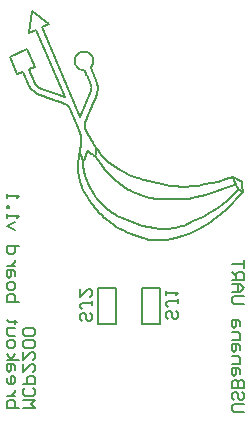
<source format=gbo>
%FSAX25Y25*%
%MOIN*%
G70*
G01*
G75*
G04 Layer_Color=32896*
%ADD10R,0.05118X0.05118*%
%ADD11R,0.05118X0.05118*%
%ADD12R,0.01181X0.06299*%
%ADD13O,0.02362X0.09055*%
%ADD14R,0.01575X0.05512*%
%ADD15R,0.09055X0.07480*%
%ADD16R,0.07087X0.07480*%
%ADD17C,0.00800*%
%ADD18C,0.02000*%
%ADD19C,0.07500*%
%ADD20C,0.03200*%
%ADD21C,0.05000*%
%ADD22R,0.04400X0.04400*%
%ADD23C,0.00600*%
%ADD24C,0.02362*%
%ADD25C,0.00984*%
%ADD26C,0.00787*%
%ADD27C,0.01000*%
%ADD28R,0.05918X0.05918*%
%ADD29R,0.05918X0.05918*%
%ADD30R,0.01981X0.07099*%
%ADD31O,0.03162X0.09855*%
%ADD32R,0.02375X0.06312*%
%ADD33R,0.09855X0.08280*%
%ADD34R,0.07887X0.08280*%
%ADD35C,0.08300*%
%ADD36R,0.05200X0.05200*%
D17*
X0258053Y0461045D02*
G03*
X0257796Y0461495I-0002643J-0001215D01*
G01*
X0257795D02*
G03*
X0257412Y0461949I-0002665J-0001860D01*
G01*
X0257412D02*
G03*
X0256593Y0462552I-0002486J-0002521D01*
G01*
X0245131Y0467627D02*
G03*
X0247073Y0466109I0004881J0004245D01*
G01*
X0246329Y0469585D02*
G03*
X0246573Y0469153I0002634J0001202D01*
G01*
Y0469153D02*
G03*
X0246928Y0468719I0002668J0001824D01*
G01*
Y0468719D02*
G03*
X0247791Y0468071I0002537J0002478D01*
G01*
X0265114Y0466845D02*
G03*
X0265211Y0468273I-0003377J0000946D01*
G01*
Y0468273D02*
G03*
X0265115Y0468712I-0003002J-0000431D01*
G01*
Y0468712D02*
G03*
X0265033Y0468947I-0002695J-0000809D01*
G01*
X0259820Y0475734D02*
G03*
X0262949Y0473825I0002908J0001248D01*
G01*
X0261491Y0479901D02*
G03*
X0259820Y0475734I0001249J-0002919D01*
G01*
X0265658Y0478230D02*
G03*
X0261491Y0479901I-0002919J-0001248D01*
G01*
X0264876Y0474650D02*
G03*
X0265658Y0478230I-0002131J0002341D01*
G01*
X0267076Y0469449D02*
G03*
X0266937Y0469827I-0003906J-0001228D01*
G01*
X0267180Y0469060D02*
G03*
X0267076Y0469449I-0004453J-0000979D01*
G01*
X0267299Y0468112D02*
G03*
X0267255Y0468630I-0005643J-0000214D01*
G01*
X0267271Y0467243D02*
G03*
X0267299Y0468112I-0006293J0000632D01*
G01*
X0266995Y0465902D02*
G03*
X0267271Y0467243I-0006239J0001984D01*
G01*
X0263019Y0456665D02*
G03*
X0262934Y0455169I0003349J-0000940D01*
G01*
D02*
G03*
X0263045Y0454720I0002957J0000495D01*
G01*
X0267612Y0446853D02*
G03*
X0268353Y0445838I0011912J0007916D01*
G01*
X0281912Y0437539D02*
G03*
X0291378Y0435385I0016131J0048994D01*
G01*
X0304398Y0422937D02*
G03*
X0315634Y0433362I-0025430J0038674D01*
G01*
X0300451Y0420656D02*
G03*
X0304398Y0422937I-0018635J0036806D01*
G01*
X0269526Y0424713D02*
G03*
X0273496Y0421714I0016177J0017290D01*
G01*
X0261503Y0436477D02*
G03*
X0262143Y0434795I0018586J0006104D01*
G01*
X0260980Y0438443D02*
G03*
X0261503Y0436477I0017402J0003582D01*
G01*
X0260674Y0440772D02*
G03*
X0260980Y0438443I0016121J0000932D01*
G01*
X0260716Y0443021D02*
G03*
X0260674Y0440772I0014669J-0001398D01*
G01*
X0261766Y0450595D02*
G03*
X0261764Y0450822I-0008943J0000040D01*
G01*
X0261692Y0451720D02*
G03*
X0261571Y0452330I-0005968J-0000868D01*
G01*
X0312417Y0438091D02*
G03*
X0312961Y0436662I0005615J0001318D01*
G01*
X0313407Y0435643D02*
G03*
X0313467Y0435470I0001854J0000539D01*
G01*
Y0435470D02*
G03*
X0313557Y0435272I0001991J0000791D01*
G01*
X0313557D02*
G03*
X0313673Y0435073I0002111J0001098D01*
G01*
Y0435073D02*
G03*
X0313808Y0434885I0002218J0001441D01*
G01*
X0314438Y0434193D02*
G03*
X0315600Y0433351I0003015J0002938D01*
G01*
X0303238Y0432326D02*
G03*
X0311442Y0435200I-0016400J0059949D01*
G01*
X0279132Y0433261D02*
G03*
X0283527Y0431661I0009412J0019023D01*
G01*
X0293319Y0421406D02*
G03*
X0295894Y0422165I-0003414J0016313D01*
G01*
X0291391Y0421105D02*
G03*
X0293319Y0421406I-0001896J0018521D01*
G01*
X0274258Y0425154D02*
G03*
X0282049Y0422019I0017332J0031827D01*
G01*
X0264301Y0435488D02*
G03*
X0266562Y0431784I0015877J0007148D01*
G01*
X0263993Y0447223D02*
G03*
X0263988Y0447226I-0000028J-0000044D01*
G01*
Y0447226D02*
G03*
X0263983Y0447228I-0000021J-0000042D01*
G01*
Y0447228D02*
G03*
X0263961Y0447230I-0000014J-0000042D01*
G01*
D02*
G03*
X0263956Y0447229I0000009J-0000053D01*
G01*
X0262562Y0443944D02*
G03*
X0262568Y0443945I-0000012J0000065D01*
G01*
X0262555Y0443943D02*
G03*
X0262562Y0443944I-0000004J0000059D01*
G01*
X0262526Y0443949D02*
G03*
X0262555Y0443943I0000025J0000047D01*
G01*
X0262471Y0443984D02*
G03*
X0262526Y0443949I0000255J0000347D01*
G01*
X0288000Y0389500D02*
Y0401500D01*
X0282000D02*
X0288000D01*
X0282000Y0389500D02*
Y0401500D01*
Y0389500D02*
X0288000D01*
X0273500D02*
Y0401500D01*
X0267500D02*
X0273500D01*
X0267500Y0389500D02*
Y0401500D01*
Y0389500D02*
X0273500D01*
X0262122Y0444582D02*
X0262131Y0444557D01*
X0262113Y0444606D02*
X0262122Y0444582D01*
X0262105Y0444628D02*
X0262113Y0444606D01*
X0262098Y0444651D02*
X0262105Y0444628D01*
X0262091Y0444671D02*
X0262098Y0444651D01*
X0262084Y0444691D02*
X0262091Y0444671D01*
X0262077Y0444709D02*
X0262084Y0444691D01*
X0262071Y0444728D02*
X0262077Y0444709D01*
X0262066Y0444743D02*
X0262071Y0444728D01*
X0262061Y0444759D02*
X0262066Y0444743D01*
X0262056Y0444772D02*
X0262061Y0444759D01*
X0262052Y0444786D02*
X0262056Y0444772D01*
X0262047Y0444799D02*
X0262052Y0444786D01*
X0262044Y0444810D02*
X0262047Y0444799D01*
X0262040Y0444820D02*
X0262044Y0444810D01*
X0262037Y0444831D02*
X0262040Y0444820D01*
X0262034Y0444839D02*
X0262037Y0444831D01*
X0262031Y0444848D02*
X0262034Y0444839D01*
X0262029Y0444856D02*
X0262031Y0444848D01*
X0262027Y0444861D02*
X0262029Y0444856D01*
X0262025Y0444867D02*
X0262027Y0444861D01*
X0262023Y0444872D02*
X0262025Y0444867D01*
X0262021Y0444878D02*
X0262023Y0444872D01*
X0262019Y0444883D02*
X0262021Y0444878D01*
X0262018Y0444886D02*
X0262019Y0444883D01*
X0262018Y0444889D02*
X0262018Y0444886D01*
X0262017Y0444892D02*
X0262018Y0444889D01*
X0262016Y0444894D02*
X0262017Y0444892D01*
X0262015Y0444897D02*
X0262016Y0444894D01*
X0262014Y0444900D02*
X0262015Y0444897D01*
X0262013Y0444903D02*
X0262014Y0444900D01*
X0262012Y0444906D02*
X0262013Y0444903D01*
X0262011Y0444908D02*
X0262012Y0444906D01*
X0262010Y0444911D02*
X0262011Y0444908D01*
X0262009Y0444914D02*
X0262010Y0444911D01*
X0262008Y0444917D02*
X0262009Y0444914D01*
X0262007Y0444919D02*
X0262008Y0444917D01*
X0262007Y0444922D02*
X0262007Y0444919D01*
X0262006Y0444925D02*
X0262007Y0444922D01*
X0262005Y0444928D02*
X0262006Y0444925D01*
X0262004Y0444931D02*
X0262005Y0444928D01*
X0262003Y0444933D02*
X0262004Y0444931D01*
X0262002Y0444936D02*
X0262003Y0444933D01*
X0262000Y0444942D02*
X0262002Y0444936D01*
X0261998Y0444947D02*
X0262000Y0444942D01*
X0261996Y0444953D02*
X0261998Y0444947D01*
X0261995Y0444959D02*
X0261996Y0444953D01*
X0261993Y0444964D02*
X0261995Y0444959D01*
X0261990Y0444973D02*
X0261993Y0444964D01*
X0261987Y0444981D02*
X0261990Y0444973D01*
X0261984Y0444990D02*
X0261987Y0444981D01*
X0261980Y0445001D02*
X0261984Y0444990D01*
X0261977Y0445013D02*
X0261980Y0445001D01*
X0261972Y0445027D02*
X0261977Y0445013D01*
X0261967Y0445042D02*
X0261972Y0445027D01*
X0261961Y0445059D02*
X0261967Y0445042D01*
X0261955Y0445076D02*
X0261961Y0445059D01*
X0261948Y0445097D02*
X0261955Y0445076D01*
X0261941Y0445120D02*
X0261948Y0445097D01*
X0261931Y0445147D02*
X0261941Y0445120D01*
X0261921Y0445177D02*
X0261931Y0445147D01*
X0261909Y0445213D02*
X0261921Y0445177D01*
X0261895Y0445252D02*
X0261909Y0445213D01*
X0261879Y0445297D02*
X0261895Y0445252D01*
X0261859Y0445353D02*
X0261879Y0445297D01*
X0261836Y0445414D02*
X0261859Y0445353D01*
X0261809Y0445486D02*
X0261836Y0445414D01*
X0261776Y0445571D02*
X0261809Y0445486D01*
X0261734Y0445673D02*
X0261776Y0445571D01*
X0261682Y0445792D02*
X0261734Y0445673D01*
X0261614Y0445937D02*
X0261682Y0445792D01*
X0261521Y0446116D02*
X0261614Y0445937D01*
X0261386Y0446346D02*
X0261521Y0446116D01*
X0261314Y0446456D02*
X0261386Y0446346D01*
X0261042Y0453877D02*
X0261043Y0453876D01*
X0261042Y0453877D02*
X0261043Y0453876D01*
X0268287Y0429871D02*
X0268502Y0429659D01*
X0268046Y0430115D02*
X0268287Y0429871D01*
X0267771Y0430400D02*
X0268046Y0430115D01*
X0267458Y0430735D02*
X0267771Y0430400D01*
X0267075Y0431166D02*
X0267458Y0430735D01*
X0266562Y0431784D02*
X0267075Y0431166D01*
X0263929Y0436344D02*
X0264301Y0435488D01*
X0263613Y0437138D02*
X0263929Y0436344D01*
X0263348Y0437873D02*
X0263613Y0437138D01*
X0263123Y0438566D02*
X0263348Y0437873D01*
X0262935Y0439217D02*
X0263123Y0438566D01*
X0262785Y0439814D02*
X0262935Y0439217D01*
X0262665Y0440371D02*
X0262785Y0439814D01*
X0262574Y0440878D02*
X0262665Y0440371D01*
X0262509Y0441327D02*
X0262574Y0440878D01*
X0262464Y0441732D02*
X0262509Y0441327D01*
X0262436Y0442088D02*
X0262464Y0441732D01*
X0262422Y0442398D02*
X0262436Y0442088D01*
X0262417Y0442667D02*
X0262422Y0442398D01*
X0262417Y0442667D02*
X0262420Y0442900D01*
X0262427Y0443099D01*
X0262437Y0443264D01*
X0262449Y0443398D01*
X0262461Y0443511D01*
X0262473Y0443605D01*
X0262484Y0443683D01*
X0262494Y0443747D01*
X0262503Y0443798D01*
X0262511Y0443839D01*
X0262517Y0443872D01*
X0262523Y0443899D01*
X0262528Y0443921D01*
X0262532Y0443940D01*
X0262535Y0443953D01*
X0262538Y0443966D01*
X0262541Y0443975D01*
X0262543Y0443983D01*
X0262544Y0443989D01*
X0262546Y0443994D01*
X0262547Y0443998D01*
X0262548Y0444002D01*
X0263652Y0446688D02*
X0263666Y0446724D01*
X0263638Y0446651D02*
X0263652Y0446688D01*
X0263624Y0446613D02*
X0263638Y0446651D01*
X0263608Y0446570D02*
X0263624Y0446613D01*
X0263592Y0446527D02*
X0263608Y0446570D01*
X0263575Y0446482D02*
X0263592Y0446527D01*
X0263559Y0446437D02*
X0263575Y0446482D01*
X0263543Y0446390D02*
X0263559Y0446437D01*
X0263526Y0446343D02*
X0263543Y0446390D01*
X0263509Y0446295D02*
X0263526Y0446343D01*
X0263494Y0446251D02*
X0263509Y0446295D01*
X0263479Y0446207D02*
X0263494Y0446251D01*
X0263464Y0446163D02*
X0263479Y0446207D01*
X0263450Y0446123D02*
X0263464Y0446163D01*
X0263436Y0446082D02*
X0263450Y0446123D01*
X0263423Y0446041D02*
X0263436Y0446082D01*
X0263411Y0446006D02*
X0263423Y0446041D01*
X0263399Y0445970D02*
X0263411Y0446006D01*
X0263388Y0445939D02*
X0263399Y0445970D01*
X0263378Y0445908D02*
X0263388Y0445939D01*
X0263369Y0445882D02*
X0263378Y0445908D01*
X0263360Y0445856D02*
X0263369Y0445882D01*
X0263353Y0445835D02*
X0263360Y0445856D01*
X0263347Y0445814D02*
X0263353Y0445835D01*
X0263339Y0445793D02*
X0263347Y0445814D01*
X0263334Y0445777D02*
X0263339Y0445793D01*
X0263329Y0445761D02*
X0263334Y0445777D01*
X0263324Y0445745D02*
X0263329Y0445761D01*
X0263320Y0445735D02*
X0263324Y0445745D01*
X0263317Y0445724D02*
X0263320Y0445735D01*
X0263313Y0445714D02*
X0263317Y0445724D01*
X0263310Y0445703D02*
X0263313Y0445714D01*
X0263306Y0445693D02*
X0263310Y0445703D01*
X0263305Y0445687D02*
X0263306Y0445693D01*
X0263303Y0445682D02*
X0263305Y0445687D01*
X0263301Y0445677D02*
X0263303Y0445682D01*
X0263299Y0445672D02*
X0263301Y0445677D01*
X0263298Y0445666D02*
X0263299Y0445672D01*
X0263296Y0445661D02*
X0263298Y0445666D01*
X0263294Y0445656D02*
X0263296Y0445661D01*
X0263292Y0445650D02*
X0263294Y0445656D01*
X0263291Y0445645D02*
X0263292Y0445650D01*
X0263289Y0445640D02*
X0263291Y0445645D01*
X0263287Y0445635D02*
X0263289Y0445640D01*
X0263285Y0445629D02*
X0263287Y0445635D01*
X0263284Y0445624D02*
X0263285Y0445629D01*
X0263282Y0445619D02*
X0263284Y0445624D01*
X0263280Y0445613D02*
X0263282Y0445619D01*
X0263278Y0445608D02*
X0263280Y0445613D01*
X0263277Y0445603D02*
X0263278Y0445608D01*
X0263275Y0445598D02*
X0263277Y0445603D01*
X0263273Y0445592D02*
X0263275Y0445598D01*
X0263271Y0445587D02*
X0263273Y0445592D01*
X0263268Y0445576D02*
X0263271Y0445587D01*
X0263264Y0445566D02*
X0263268Y0445576D01*
X0263261Y0445555D02*
X0263264Y0445566D01*
X0263257Y0445545D02*
X0263261Y0445555D01*
X0263254Y0445534D02*
X0263257Y0445545D01*
X0263249Y0445518D02*
X0263254Y0445534D01*
X0263243Y0445503D02*
X0263249Y0445518D01*
X0263238Y0445487D02*
X0263243Y0445503D01*
X0263233Y0445471D02*
X0263238Y0445487D01*
X0263226Y0445450D02*
X0263233Y0445471D01*
X0263219Y0445429D02*
X0263226Y0445450D01*
X0263212Y0445408D02*
X0263219Y0445429D01*
X0263203Y0445381D02*
X0263212Y0445408D01*
X0263194Y0445355D02*
X0263203Y0445381D01*
X0263184Y0445324D02*
X0263194Y0445355D01*
X0263173Y0445293D02*
X0263184Y0445324D01*
X0263163Y0445261D02*
X0263173Y0445293D01*
X0263151Y0445225D02*
X0263163Y0445261D01*
X0263139Y0445189D02*
X0263151Y0445225D01*
X0263125Y0445148D02*
X0263139Y0445189D01*
X0263111Y0445107D02*
X0263125Y0445148D01*
X0263097Y0445067D02*
X0263111Y0445107D01*
X0263081Y0445021D02*
X0263097Y0445067D01*
X0263066Y0444977D02*
X0263081Y0445021D01*
X0263051Y0444933D02*
X0263066Y0444977D01*
X0263035Y0444889D02*
X0263051Y0444933D01*
X0263020Y0444845D02*
X0263035Y0444889D01*
X0263003Y0444798D02*
X0263020Y0444845D01*
X0262986Y0444751D02*
X0263003Y0444798D01*
X0262969Y0444706D02*
X0262986Y0444751D01*
X0262954Y0444665D02*
X0262969Y0444706D01*
X0262939Y0444625D02*
X0262954Y0444665D01*
X0262924Y0444586D02*
X0262939Y0444625D01*
X0262910Y0444548D02*
X0262924Y0444586D01*
X0262895Y0444511D02*
X0262910Y0444548D01*
X0262881Y0444474D02*
X0262895Y0444511D01*
X0262866Y0444438D02*
X0262881Y0444474D01*
X0262854Y0444407D02*
X0262866Y0444438D01*
X0262841Y0444377D02*
X0262854Y0444407D01*
X0262828Y0444348D02*
X0262841Y0444377D01*
X0262816Y0444319D02*
X0262828Y0444348D01*
X0262805Y0444295D02*
X0262816Y0444319D01*
X0262794Y0444272D02*
X0262805Y0444295D01*
X0262784Y0444248D02*
X0262794Y0444272D01*
X0262773Y0444226D02*
X0262784Y0444248D01*
X0262763Y0444205D02*
X0262773Y0444226D01*
X0262754Y0444187D02*
X0262763Y0444205D01*
X0262745Y0444170D02*
X0262754Y0444187D01*
X0262736Y0444153D02*
X0262745Y0444170D01*
X0262728Y0444136D02*
X0262736Y0444153D01*
X0262719Y0444121D02*
X0262728Y0444136D01*
X0262711Y0444106D02*
X0262719Y0444121D01*
X0262703Y0444094D02*
X0262711Y0444106D01*
X0262697Y0444082D02*
X0262703Y0444094D01*
X0262690Y0444071D02*
X0262697Y0444082D01*
X0262683Y0444060D02*
X0262690Y0444071D01*
X0262676Y0444050D02*
X0262683Y0444060D01*
X0262669Y0444039D02*
X0262676Y0444050D01*
X0262662Y0444030D02*
X0262669Y0444039D01*
X0262657Y0444023D02*
X0262662Y0444030D01*
X0262652Y0444016D02*
X0262657Y0444023D01*
X0262646Y0444009D02*
X0262652Y0444016D01*
X0262641Y0444003D02*
X0262646Y0444009D01*
X0262636Y0443997D02*
X0262641Y0444003D01*
X0262631Y0443991D02*
X0262636Y0443997D01*
X0262626Y0443986D02*
X0262631Y0443991D01*
X0262621Y0443980D02*
X0262626Y0443986D01*
X0262616Y0443975D02*
X0262621Y0443980D01*
X0262611Y0443971D02*
X0262616Y0443975D01*
X0262606Y0443967D02*
X0262611Y0443971D01*
X0262601Y0443963D02*
X0262606Y0443967D01*
X0262596Y0443960D02*
X0262601Y0443963D01*
X0262591Y0443956D02*
X0262596Y0443960D01*
X0262586Y0443953D02*
X0262591Y0443956D01*
X0262582Y0443951D02*
X0262586Y0443953D01*
X0262577Y0443949D02*
X0262582Y0443951D01*
X0262572Y0443947D02*
X0262577Y0443949D01*
X0262568Y0443945D02*
X0262572Y0443947D01*
X0262439Y0444009D02*
X0262471Y0443984D01*
X0262413Y0444034D02*
X0262439Y0444009D01*
X0262391Y0444058D02*
X0262413Y0444034D01*
X0262370Y0444082D02*
X0262391Y0444058D01*
X0262351Y0444106D02*
X0262370Y0444082D01*
X0262333Y0444130D02*
X0262351Y0444106D01*
X0262316Y0444156D02*
X0262333Y0444130D01*
X0262301Y0444180D02*
X0262316Y0444156D01*
X0262286Y0444206D02*
X0262301Y0444180D01*
X0262271Y0444233D02*
X0262286Y0444206D01*
X0262257Y0444259D02*
X0262271Y0444233D01*
X0262244Y0444286D02*
X0262257Y0444259D01*
X0262230Y0444313D02*
X0262244Y0444286D01*
X0262217Y0444342D02*
X0262230Y0444313D01*
X0262206Y0444368D02*
X0262217Y0444342D01*
X0262194Y0444396D02*
X0262206Y0444368D01*
X0262182Y0444424D02*
X0262194Y0444396D01*
X0262171Y0444451D02*
X0262182Y0444424D01*
X0262161Y0444478D02*
X0262171Y0444451D01*
X0262150Y0444506D02*
X0262161Y0444478D01*
X0262140Y0444531D02*
X0262150Y0444506D01*
X0262131Y0444557D02*
X0262140Y0444531D01*
X0262548Y0444002D02*
X0262548Y0444004D01*
X0262549Y0444007D01*
X0262549Y0444008D01*
X0262550Y0444010D01*
X0262550Y0444011D01*
X0262550Y0444012D01*
X0262551Y0444013D01*
X0262551Y0444013D01*
X0262551Y0444014D01*
X0262551Y0444014D01*
X0262551Y0444015D01*
X0262551Y0444015D01*
X0262551Y0444015D01*
X0262551Y0444015D01*
X0262551Y0444015D01*
X0262551Y0444015D01*
X0262551Y0444015D01*
X0262551Y0444015D01*
X0262551Y0444015D01*
X0262551Y0444015D01*
Y0444015D01*
X0266882Y0448011D02*
Y0448011D01*
Y0448011D02*
Y0448011D01*
Y0448011D02*
Y0448011D01*
X0266882Y0448011D02*
X0266882Y0448011D01*
X0266882Y0448011D02*
Y0448011D01*
Y0448011D02*
Y0448011D01*
Y0448011D02*
Y0448011D01*
X0266882Y0448011D02*
X0266882Y0448011D01*
X0266882Y0448010D02*
X0266882Y0448011D01*
X0266882Y0448010D02*
X0266882Y0448010D01*
X0266882Y0448010D02*
X0266882Y0448010D01*
X0266882Y0448010D02*
X0266882Y0448010D01*
X0266882Y0448010D02*
X0266882Y0448010D01*
X0266882Y0448009D02*
X0266882Y0448010D01*
X0266882Y0448009D02*
X0266882Y0448009D01*
X0266882Y0448008D02*
X0266882Y0448009D01*
X0266881Y0448007D02*
X0266882Y0448008D01*
X0266881Y0448006D02*
X0266881Y0448007D01*
X0266881Y0448005D02*
X0266881Y0448006D01*
X0266881Y0448004D02*
X0266881Y0448005D01*
X0266881Y0448002D02*
X0266881Y0448004D01*
X0266881Y0447999D02*
X0266881Y0448002D01*
X0266881Y0447996D02*
X0266881Y0447999D01*
X0266880Y0447993D02*
X0266881Y0447996D01*
X0266880Y0447988D02*
X0266880Y0447993D01*
X0266880Y0447981D02*
X0266880Y0447988D01*
X0266879Y0447973D02*
X0266880Y0447981D01*
X0266878Y0447963D02*
X0266879Y0447973D01*
X0266877Y0447950D02*
X0266878Y0447963D01*
X0266876Y0447933D02*
X0266877Y0447950D01*
X0266874Y0447910D02*
X0266876Y0447933D01*
X0266871Y0447881D02*
X0266874Y0447910D01*
X0266867Y0447843D02*
X0266871Y0447881D01*
X0266862Y0447793D02*
X0266867Y0447843D01*
X0266855Y0447724D02*
X0266862Y0447793D01*
X0266844Y0447629D02*
X0266855Y0447724D01*
X0266827Y0447492D02*
X0266844Y0447629D01*
X0266799Y0447283D02*
X0266827Y0447492D01*
X0266745Y0446924D02*
X0266799Y0447283D01*
X0266572Y0446000D02*
X0266745Y0446924D01*
X0266401Y0445258D02*
X0266572Y0446000D01*
X0266401Y0445258D02*
X0266401Y0445258D01*
X0266401Y0445258D02*
X0266401Y0445258D01*
X0266401Y0445258D02*
X0266401Y0445258D01*
X0266401Y0445258D02*
X0266401Y0445258D01*
X0266401Y0445258D02*
X0266401Y0445258D01*
X0266401Y0445258D02*
X0266401Y0445258D01*
X0266401Y0445258D02*
X0266401Y0445258D01*
X0266401Y0445258D02*
X0266401Y0445258D01*
X0266400Y0445258D02*
X0266401Y0445258D01*
X0266400Y0445258D02*
X0266400Y0445258D01*
X0266400Y0445258D02*
X0266400Y0445258D01*
X0266400Y0445259D02*
X0266400Y0445258D01*
X0266399Y0445259D02*
X0266400Y0445259D01*
X0266399Y0445259D02*
X0266399Y0445259D01*
X0266398Y0445260D02*
X0266399Y0445259D01*
X0266397Y0445260D02*
X0266398Y0445260D01*
X0266396Y0445261D02*
X0266397Y0445260D01*
X0266395Y0445261D02*
X0266396Y0445261D01*
X0266393Y0445263D02*
X0266395Y0445261D01*
X0266391Y0445264D02*
X0266393Y0445263D01*
X0266388Y0445266D02*
X0266391Y0445264D01*
X0266385Y0445268D02*
X0266388Y0445266D01*
X0266380Y0445271D02*
X0266385Y0445268D01*
X0266373Y0445275D02*
X0266380Y0445271D01*
X0266365Y0445280D02*
X0266373Y0445275D01*
X0266354Y0445287D02*
X0266365Y0445280D01*
X0266339Y0445297D02*
X0266354Y0445287D01*
X0266318Y0445310D02*
X0266339Y0445297D01*
X0266288Y0445329D02*
X0266318Y0445310D01*
X0266244Y0445359D02*
X0266288Y0445329D01*
X0266165Y0445410D02*
X0266244Y0445359D01*
X0265928Y0445571D02*
X0266165Y0445410D01*
X0265416Y0445939D02*
X0265928Y0445571D01*
X0265205Y0446100D02*
X0265416Y0445939D01*
X0265034Y0446236D02*
X0265205Y0446100D01*
X0264887Y0446356D02*
X0265034Y0446236D01*
X0264757Y0446467D02*
X0264887Y0446356D01*
X0264641Y0446569D02*
X0264757Y0446467D01*
X0264536Y0446664D02*
X0264641Y0446569D01*
X0264439Y0446755D02*
X0264536Y0446664D01*
X0264350Y0446841D02*
X0264439Y0446755D01*
X0264270Y0446922D02*
X0264350Y0446841D01*
X0264194Y0447001D02*
X0264270Y0446922D01*
X0264127Y0447074D02*
X0264194Y0447001D01*
X0264064Y0447144D02*
X0264127Y0447074D01*
X0264009Y0447208D02*
X0264064Y0447144D01*
X0264006Y0447212D02*
X0264009Y0447208D01*
X0264003Y0447215D02*
X0264006Y0447212D01*
X0264001Y0447217D02*
X0264003Y0447215D01*
X0263997Y0447220D02*
X0264001Y0447217D01*
X0263993Y0447223D02*
X0263997Y0447220D01*
X0263951Y0447227D02*
X0263956Y0447229D01*
X0263947Y0447226D02*
X0263951Y0447227D01*
X0263943Y0447224D02*
X0263947Y0447226D01*
X0263939Y0447221D02*
X0263943Y0447224D01*
X0263934Y0447219D02*
X0263939Y0447221D01*
X0263930Y0447216D02*
X0263934Y0447219D01*
X0263925Y0447212D02*
X0263930Y0447216D01*
X0263921Y0447209D02*
X0263925Y0447212D01*
X0263916Y0447205D02*
X0263921Y0447209D01*
X0263912Y0447200D02*
X0263916Y0447205D01*
X0263907Y0447196D02*
X0263912Y0447200D01*
X0263902Y0447191D02*
X0263907Y0447196D01*
X0263897Y0447185D02*
X0263902Y0447191D01*
X0263893Y0447180D02*
X0263897Y0447185D01*
X0263888Y0447174D02*
X0263893Y0447180D01*
X0263883Y0447168D02*
X0263888Y0447174D01*
X0263878Y0447161D02*
X0263883Y0447168D01*
X0263872Y0447153D02*
X0263878Y0447161D01*
X0263866Y0447144D02*
X0263872Y0447153D01*
X0263859Y0447134D02*
X0263866Y0447144D01*
X0263853Y0447124D02*
X0263859Y0447134D01*
X0263846Y0447114D02*
X0263853Y0447124D01*
X0263840Y0447103D02*
X0263846Y0447114D01*
X0263833Y0447092D02*
X0263840Y0447103D01*
X0263825Y0447078D02*
X0263833Y0447092D01*
X0263817Y0447063D02*
X0263825Y0447078D01*
X0263809Y0447048D02*
X0263817Y0447063D01*
X0263801Y0447032D02*
X0263809Y0447048D01*
X0263793Y0447016D02*
X0263801Y0447032D01*
X0263783Y0446996D02*
X0263793Y0447016D01*
X0263773Y0446975D02*
X0263783Y0446996D01*
X0263763Y0446954D02*
X0263773Y0446975D01*
X0263753Y0446932D02*
X0263763Y0446954D01*
X0263741Y0446906D02*
X0263753Y0446932D01*
X0263730Y0446879D02*
X0263741Y0446906D01*
X0263718Y0446851D02*
X0263730Y0446879D01*
X0263706Y0446822D02*
X0263718Y0446851D01*
X0263694Y0446793D02*
X0263706Y0446822D01*
X0263680Y0446759D02*
X0263694Y0446793D01*
X0263666Y0446724D02*
X0263680Y0446759D01*
X0315604Y0433651D02*
X0315612Y0433570D01*
X0315617Y0433517D01*
X0315621Y0433480D01*
X0315624Y0433454D01*
X0315626Y0433434D01*
X0315628Y0433419D01*
X0315629Y0433407D01*
X0315630Y0433398D01*
X0315631Y0433390D01*
X0315631Y0433385D01*
X0315632Y0433380D01*
X0315632Y0433376D01*
X0315633Y0433374D01*
X0315633Y0433371D01*
X0315633Y0433370D01*
X0315633Y0433368D01*
X0315633Y0433367D01*
X0315633Y0433366D01*
X0315633Y0433365D01*
X0315634Y0433365D01*
X0315634Y0433364D01*
X0315634Y0433364D01*
X0315634Y0433363D01*
X0315634Y0433363D01*
X0315634Y0433363D01*
X0315634Y0433363D01*
X0315634Y0433363D01*
X0315634Y0433363D01*
Y0433363D02*
Y0433363D01*
Y0433363D02*
X0315634Y0433363D01*
Y0433363D02*
Y0433363D01*
Y0433363D02*
X0315634Y0433363D01*
Y0433363D02*
Y0433363D01*
Y0433362D02*
Y0433363D01*
X0297636Y0419376D02*
X0300451Y0420656D01*
X0295413Y0418563D02*
X0297636Y0419376D01*
X0293500Y0418006D02*
X0295413Y0418563D01*
X0291828Y0417631D02*
X0293500Y0418006D01*
X0290358Y0417393D02*
X0291828Y0417631D01*
X0288988Y0417254D02*
X0290358Y0417393D01*
X0287749Y0417203D02*
X0288988Y0417254D01*
X0286577Y0417225D02*
X0287749Y0417203D01*
X0285471Y0417316D02*
X0286577Y0417225D01*
X0284404Y0417476D02*
X0285471Y0417316D01*
X0283352Y0417712D02*
X0284404Y0417476D01*
X0282659Y0417916D02*
X0283352Y0417712D01*
X0282501Y0417967D02*
X0282659Y0417916D01*
X0282366Y0418011D02*
X0282501Y0417967D01*
X0282209Y0418062D02*
X0282366Y0418011D01*
X0282053Y0418114D02*
X0282209Y0418062D01*
X0281875Y0418172D02*
X0282053Y0418114D01*
X0281677Y0418237D02*
X0281875Y0418172D01*
X0277977Y0433863D02*
X0278496Y0433584D01*
X0277528Y0434115D02*
X0277977Y0433863D01*
X0277121Y0434351D02*
X0277528Y0434115D01*
X0276755Y0434569D02*
X0277121Y0434351D01*
X0276416Y0434775D02*
X0276755Y0434569D01*
X0276104Y0434969D02*
X0276416Y0434775D01*
X0275934Y0435078D02*
X0276104Y0434969D01*
X0275750Y0435199D02*
X0275934Y0435078D01*
X0275546Y0435339D02*
X0275750Y0435199D01*
X0275311Y0435506D02*
X0275546Y0435339D01*
X0275044Y0435703D02*
X0275311Y0435506D01*
X0274735Y0435940D02*
X0275044Y0435703D01*
X0274371Y0436231D02*
X0274735Y0435940D01*
X0273940Y0436590D02*
X0274371Y0436231D01*
X0273427Y0437038D02*
X0273940Y0436590D01*
X0272807Y0437608D02*
X0273427Y0437038D01*
X0272041Y0438354D02*
X0272807Y0437608D01*
X0271076Y0439358D02*
X0272041Y0438354D01*
X0269845Y0440745D02*
X0271076Y0439358D01*
X0268257Y0442717D02*
X0269845Y0440745D01*
X0266380Y0445339D02*
X0268257Y0442717D01*
X0314184Y0434471D02*
X0314185Y0434471D01*
X0314184Y0434470D02*
X0314184Y0434471D01*
X0314184Y0434470D02*
X0314184Y0434470D01*
X0314184Y0434470D02*
X0314184Y0434470D01*
X0314184Y0434470D02*
X0314184Y0434470D01*
X0314184Y0434470D02*
X0314184Y0434470D01*
X0314184Y0434469D02*
X0314184Y0434470D01*
X0314183Y0434469D02*
X0314184Y0434469D01*
X0314183Y0434468D02*
X0314183Y0434469D01*
X0314182Y0434467D02*
X0314183Y0434468D01*
X0314181Y0434466D02*
X0314182Y0434467D01*
X0314180Y0434465D02*
X0314181Y0434466D01*
X0314179Y0434463D02*
X0314180Y0434465D01*
X0314178Y0434460D02*
X0314179Y0434463D01*
X0314176Y0434457D02*
X0314178Y0434460D01*
X0314174Y0434454D02*
X0314176Y0434457D01*
X0314170Y0434449D02*
X0314174Y0434454D01*
X0314166Y0434444D02*
X0314170Y0434449D01*
X0314161Y0434436D02*
X0314166Y0434444D01*
X0314155Y0434427D02*
X0314161Y0434436D01*
X0314146Y0434415D02*
X0314155Y0434427D01*
X0314135Y0434399D02*
X0314146Y0434415D01*
X0314123Y0434381D02*
X0314135Y0434399D01*
X0314106Y0434359D02*
X0314123Y0434381D01*
X0314086Y0434330D02*
X0314106Y0434359D01*
X0314060Y0434295D02*
X0314086Y0434330D01*
X0314026Y0434248D02*
X0314060Y0434295D01*
X0313983Y0434191D02*
X0314026Y0434248D01*
X0313927Y0434118D02*
X0313983Y0434191D01*
X0313856Y0434025D02*
X0313927Y0434118D01*
X0313760Y0433904D02*
X0313856Y0434025D01*
X0313633Y0433748D02*
X0313760Y0433904D01*
X0313469Y0433551D02*
X0313633Y0433748D01*
X0313252Y0433298D02*
X0313469Y0433551D01*
X0312959Y0432970D02*
X0313252Y0433298D01*
X0312561Y0432543D02*
X0312959Y0432970D01*
X0312029Y0432003D02*
X0312561Y0432543D01*
X0311301Y0431308D02*
X0312029Y0432003D01*
X0310305Y0430424D02*
X0311301Y0431308D01*
X0308965Y0429336D02*
X0310305Y0430424D01*
X0307213Y0428052D02*
X0308965Y0429336D01*
X0305004Y0426613D02*
X0307213Y0428052D01*
X0302313Y0425081D02*
X0305004Y0426613D01*
X0299178Y0423542D02*
X0302313Y0425081D01*
X0295894Y0422165D02*
X0299178Y0423542D01*
X0289632Y0421000D02*
X0291391Y0421105D01*
X0287905Y0421035D02*
X0289632Y0421000D01*
X0286131Y0421200D02*
X0287905Y0421035D01*
X0284236Y0421507D02*
X0286131Y0421200D01*
X0282049Y0422019D02*
X0284236Y0421507D01*
X0273709Y0425463D02*
X0274258Y0425154D01*
X0273298Y0425705D02*
X0273709Y0425463D01*
X0272976Y0425903D02*
X0273298Y0425705D01*
X0272702Y0426077D02*
X0272976Y0425903D01*
X0272472Y0426228D02*
X0272702Y0426077D01*
X0272280Y0426357D02*
X0272472Y0426228D01*
X0272112Y0426474D02*
X0272280Y0426357D01*
X0271964Y0426580D02*
X0272112Y0426474D01*
X0271834Y0426674D02*
X0271964Y0426580D01*
X0271723Y0426758D02*
X0271834Y0426674D01*
X0271627Y0426832D02*
X0271723Y0426758D01*
X0271535Y0426904D02*
X0271627Y0426832D01*
X0271457Y0426967D02*
X0271535Y0426904D01*
X0271383Y0427028D02*
X0271457Y0426967D01*
X0271321Y0427080D02*
X0271383Y0427028D01*
X0271262Y0427132D02*
X0271321Y0427080D01*
X0271214Y0427175D02*
X0271262Y0427132D01*
X0271148Y0427234D02*
X0271214Y0427175D01*
X0271099Y0427278D02*
X0271148Y0427234D01*
X0271050Y0427322D02*
X0271099Y0427278D01*
X0271009Y0427359D02*
X0271050Y0427322D01*
X0270968Y0427395D02*
X0271009Y0427359D01*
X0270935Y0427425D02*
X0270968Y0427395D01*
X0270903Y0427454D02*
X0270935Y0427425D01*
X0270878Y0427476D02*
X0270903Y0427454D01*
X0270854Y0427498D02*
X0270878Y0427476D01*
X0270829Y0427520D02*
X0270854Y0427498D01*
X0270813Y0427534D02*
X0270829Y0427520D01*
X0270797Y0427549D02*
X0270813Y0427534D01*
X0270781Y0427563D02*
X0270797Y0427549D01*
X0270764Y0427578D02*
X0270781Y0427563D01*
X0270756Y0427585D02*
X0270764Y0427578D01*
X0270748Y0427592D02*
X0270756Y0427585D01*
X0270740Y0427599D02*
X0270748Y0427592D01*
X0270732Y0427607D02*
X0270740Y0427599D01*
X0270724Y0427614D02*
X0270732Y0427607D01*
X0270716Y0427621D02*
X0270724Y0427614D01*
X0270708Y0427629D02*
X0270716Y0427621D01*
X0270700Y0427636D02*
X0270708Y0427629D01*
X0270691Y0427643D02*
X0270700Y0427636D01*
X0270683Y0427650D02*
X0270691Y0427643D01*
X0270675Y0427658D02*
X0270683Y0427650D01*
X0270667Y0427665D02*
X0270675Y0427658D01*
X0270659Y0427672D02*
X0270667Y0427665D01*
X0270651Y0427679D02*
X0270659Y0427672D01*
X0270643Y0427686D02*
X0270651Y0427679D01*
X0270635Y0427694D02*
X0270643Y0427686D01*
X0270627Y0427701D02*
X0270635Y0427694D01*
X0270619Y0427708D02*
X0270627Y0427701D01*
X0270611Y0427715D02*
X0270619Y0427708D01*
X0270602Y0427723D02*
X0270611Y0427715D01*
X0270586Y0427737D02*
X0270602Y0427723D01*
X0270570Y0427751D02*
X0270586Y0427737D01*
X0270554Y0427766D02*
X0270570Y0427751D01*
X0270538Y0427780D02*
X0270554Y0427766D01*
X0270522Y0427795D02*
X0270538Y0427780D01*
X0270498Y0427816D02*
X0270522Y0427795D01*
X0270474Y0427838D02*
X0270498Y0427816D01*
X0270449Y0427860D02*
X0270474Y0427838D01*
X0270425Y0427881D02*
X0270449Y0427860D01*
X0270393Y0427910D02*
X0270425Y0427881D01*
X0270361Y0427939D02*
X0270393Y0427910D01*
X0270329Y0427968D02*
X0270361Y0427939D01*
X0270289Y0428003D02*
X0270329Y0427968D01*
X0270249Y0428039D02*
X0270289Y0428003D01*
X0270201Y0428082D02*
X0270249Y0428039D01*
X0270153Y0428125D02*
X0270201Y0428082D01*
X0270098Y0428175D02*
X0270153Y0428125D01*
X0270034Y0428233D02*
X0270098Y0428175D01*
X0269971Y0428290D02*
X0270034Y0428233D01*
X0269900Y0428354D02*
X0269971Y0428290D01*
X0269821Y0428425D02*
X0269900Y0428354D01*
X0269735Y0428504D02*
X0269821Y0428425D01*
X0269640Y0428589D02*
X0269735Y0428504D01*
X0269539Y0428682D02*
X0269640Y0428589D01*
X0269430Y0428782D02*
X0269539Y0428682D01*
X0269306Y0428896D02*
X0269430Y0428782D01*
X0269176Y0429018D02*
X0269306Y0428896D01*
X0269030Y0429154D02*
X0269176Y0429018D01*
X0268870Y0429305D02*
X0269030Y0429154D01*
X0268697Y0429471D02*
X0268870Y0429305D01*
X0268502Y0429659D02*
X0268697Y0429471D01*
X0312354Y0438408D02*
X0312354Y0438408D01*
X0312354Y0438408D01*
X0312354Y0438407D01*
X0312354Y0438407D01*
X0312355Y0438406D01*
X0312355Y0438405D01*
X0312355Y0438403D01*
X0312355Y0438402D01*
X0312356Y0438399D01*
X0312356Y0438396D01*
X0312357Y0438393D01*
X0312357Y0438388D01*
X0312358Y0438382D01*
X0312360Y0438374D01*
X0312361Y0438363D01*
X0312364Y0438348D01*
X0312368Y0438329D01*
X0312372Y0438302D01*
X0312380Y0438261D01*
X0312393Y0438200D01*
X0312417Y0438091D01*
X0312961Y0436662D02*
X0313138Y0436367D01*
X0313332Y0436092D01*
X0313346Y0436073D01*
Y0436073D02*
Y0436073D01*
Y0436073D02*
Y0436073D01*
Y0436073D02*
Y0436073D01*
X0313346Y0436073D02*
X0313346Y0436073D01*
X0313346Y0436073D02*
Y0436073D01*
Y0436073D02*
Y0436073D01*
Y0436073D02*
Y0436073D01*
X0313346Y0436073D02*
X0313346Y0436073D01*
X0313346Y0436073D02*
Y0436073D01*
X0313346Y0436073D02*
X0313346Y0436073D01*
X0313346Y0436072D02*
X0313346Y0436073D01*
X0313346Y0436072D02*
X0313346Y0436072D01*
X0313346Y0436072D02*
X0313346Y0436072D01*
X0313346Y0436072D02*
X0313346Y0436072D01*
X0313346Y0436072D02*
X0313346Y0436072D01*
X0313346Y0436071D02*
X0313346Y0436072D01*
X0313346Y0436071D02*
X0313346Y0436071D01*
X0313346Y0436070D02*
X0313346Y0436071D01*
X0313346Y0436069D02*
X0313346Y0436070D01*
X0313346Y0436068D02*
X0313346Y0436069D01*
X0313346Y0436067D02*
X0313346Y0436068D01*
X0313346Y0436065D02*
X0313346Y0436067D01*
X0313346Y0436063D02*
X0313346Y0436065D01*
X0313346Y0436060D02*
X0313346Y0436063D01*
X0313346Y0436056D02*
X0313346Y0436060D01*
X0313345Y0436051D02*
X0313346Y0436056D01*
X0313345Y0436045D02*
X0313345Y0436051D01*
X0313345Y0436036D02*
X0313345Y0436045D01*
X0313345Y0436036D02*
X0313345Y0436025D01*
X0313346Y0436010D01*
X0313346Y0435989D01*
X0313348Y0435961D01*
X0313352Y0435920D01*
X0313359Y0435861D01*
X0313375Y0435772D01*
X0313407Y0435643D01*
X0313808Y0434885D02*
X0313955Y0434711D01*
X0314115Y0434548D01*
X0314186Y0434482D01*
X0314186Y0434482D01*
Y0434482D02*
Y0434482D01*
Y0434482D02*
X0314186Y0434482D01*
X0314186Y0434482D01*
X0314186Y0434482D01*
X0314186Y0434482D01*
X0314186Y0434482D01*
X0314186Y0434482D01*
X0314186Y0434482D01*
X0314187Y0434481D01*
X0314187Y0434481D01*
X0314187Y0434481D01*
X0314187Y0434481D01*
X0314187Y0434481D01*
X0314187Y0434481D01*
X0314187Y0434480D01*
X0314188Y0434480D01*
X0314188Y0434479D01*
X0314189Y0434479D01*
X0314189Y0434478D01*
X0314190Y0434476D01*
X0314191Y0434475D01*
X0314193Y0434473D01*
X0314195Y0434470D01*
X0314197Y0434467D01*
X0314200Y0434463D01*
X0314205Y0434458D01*
X0314210Y0434450D01*
X0314217Y0434441D01*
X0314228Y0434429D01*
X0314241Y0434412D01*
X0314261Y0434388D01*
X0314291Y0434353D01*
X0314340Y0434297D01*
X0314438Y0434193D01*
X0313343Y0436067D02*
X0313344Y0436067D01*
X0313343Y0436067D02*
X0313343Y0436067D01*
X0313343Y0436067D02*
X0313343Y0436067D01*
X0313343Y0436067D02*
X0313343Y0436067D01*
X0313342Y0436067D02*
X0313343Y0436067D01*
X0313342Y0436067D02*
X0313342Y0436067D01*
X0313342Y0436066D02*
X0313342Y0436067D01*
X0313341Y0436066D02*
X0313342Y0436066D01*
X0313340Y0436066D02*
X0313341Y0436066D01*
X0313339Y0436065D02*
X0313340Y0436066D01*
X0313337Y0436064D02*
X0313339Y0436065D01*
X0313335Y0436063D02*
X0313337Y0436064D01*
X0313333Y0436062D02*
X0313335Y0436063D01*
X0313330Y0436060D02*
X0313333Y0436062D01*
X0313326Y0436058D02*
X0313330Y0436060D01*
X0313321Y0436056D02*
X0313326Y0436058D01*
X0313314Y0436053D02*
X0313321Y0436056D01*
X0313306Y0436049D02*
X0313314Y0436053D01*
X0313295Y0436044D02*
X0313306Y0436049D01*
X0313283Y0436037D02*
X0313295Y0436044D01*
X0313266Y0436029D02*
X0313283Y0436037D01*
X0313245Y0436019D02*
X0313266Y0436029D01*
X0313216Y0436005D02*
X0313245Y0436019D01*
X0313180Y0435988D02*
X0313216Y0436005D01*
X0313130Y0435964D02*
X0313180Y0435988D01*
X0313069Y0435934D02*
X0313130Y0435964D01*
X0312981Y0435893D02*
X0313069Y0435934D01*
X0312861Y0435836D02*
X0312981Y0435893D01*
X0312700Y0435761D02*
X0312861Y0435836D01*
X0312462Y0435652D02*
X0312700Y0435761D01*
X0312092Y0435485D02*
X0312462Y0435652D01*
X0311442Y0435200D02*
X0312092Y0435485D01*
X0301620Y0431917D02*
X0303238Y0432326D01*
X0300165Y0431600D02*
X0301620Y0431917D01*
X0298818Y0431352D02*
X0300165Y0431600D01*
X0297565Y0431165D02*
X0298818Y0431352D01*
X0296387Y0431029D02*
X0297565Y0431165D01*
X0295263Y0430940D02*
X0296387Y0431029D01*
X0294551Y0430905D02*
X0295263Y0430940D01*
X0293818Y0430882D02*
X0294551Y0430905D01*
X0293106Y0430865D02*
X0293818Y0430882D01*
X0292416Y0430855D02*
X0293106Y0430865D01*
X0291721Y0430852D02*
X0292416Y0430855D01*
X0291048Y0430855D02*
X0291721Y0430852D01*
X0290372Y0430867D02*
X0291048Y0430855D01*
X0289694Y0430887D02*
X0290372Y0430867D01*
X0289016Y0430917D02*
X0289694Y0430887D01*
X0288339Y0430958D02*
X0289016Y0430917D01*
X0287664Y0431009D02*
X0288339Y0430958D01*
X0286972Y0431076D02*
X0287664Y0431009D01*
X0286247Y0431162D02*
X0286972Y0431076D01*
X0285475Y0431273D02*
X0286247Y0431162D01*
X0284609Y0431426D02*
X0285475Y0431273D01*
X0283527Y0431661D02*
X0284609Y0431426D01*
X0278496Y0433584D02*
X0279132Y0433261D01*
X0281480Y0418302D02*
X0281677Y0418237D01*
X0281263Y0418375D02*
X0281480Y0418302D01*
X0281026Y0418454D02*
X0281263Y0418375D01*
X0280790Y0418534D02*
X0281026Y0418454D01*
X0280536Y0418621D02*
X0280790Y0418534D01*
X0280262Y0418715D02*
X0280536Y0418621D01*
X0279971Y0418816D02*
X0280262Y0418715D01*
X0279661Y0418925D02*
X0279971Y0418816D01*
X0279335Y0419042D02*
X0279661Y0418925D01*
X0278991Y0419167D02*
X0279335Y0419042D01*
X0278612Y0419309D02*
X0278991Y0419167D01*
X0278218Y0419459D02*
X0278612Y0419309D01*
X0277790Y0419627D02*
X0278218Y0419459D01*
X0277329Y0419814D02*
X0277790Y0419627D01*
X0276818Y0420029D02*
X0277329Y0419814D01*
X0276241Y0420284D02*
X0276818Y0420029D01*
X0275583Y0420591D02*
X0276241Y0420284D01*
X0274757Y0421006D02*
X0275583Y0420591D01*
X0273496Y0421714D02*
X0274757Y0421006D01*
X0268579Y0425636D02*
X0269526Y0424713D01*
X0267796Y0426468D02*
X0268579Y0425636D01*
X0267091Y0427268D02*
X0267796Y0426468D01*
X0266431Y0428063D02*
X0267091Y0427268D01*
X0265798Y0428865D02*
X0266431Y0428063D01*
X0265193Y0429669D02*
X0265798Y0428865D01*
X0264598Y0430493D02*
X0265193Y0429669D01*
X0264527Y0430593D02*
X0264598Y0430493D01*
X0263659Y0431907D02*
X0264527Y0430593D01*
X0262863Y0433297D02*
X0263659Y0431907D01*
X0262143Y0434795D02*
X0262863Y0433297D01*
X0260716Y0443021D02*
X0260813Y0443796D01*
X0260887Y0444269D01*
X0260942Y0444605D01*
X0260983Y0444860D01*
X0261017Y0445064D01*
X0261045Y0445229D01*
X0261069Y0445369D01*
X0261088Y0445484D01*
X0261106Y0445587D01*
X0261121Y0445678D01*
X0261135Y0445757D01*
X0261146Y0445824D01*
X0261156Y0445880D01*
X0261163Y0445925D01*
X0261171Y0445969D01*
X0261179Y0446013D01*
X0261184Y0446046D01*
X0261190Y0446079D01*
X0261194Y0446101D01*
X0261197Y0446123D01*
X0261201Y0446144D01*
X0261205Y0446166D01*
X0261209Y0446188D01*
X0261211Y0446199D01*
X0261212Y0446210D01*
X0261214Y0446220D01*
X0261216Y0446231D01*
X0261218Y0446242D01*
X0261220Y0446253D01*
X0261222Y0446264D01*
X0261224Y0446275D01*
X0261226Y0446285D01*
X0261227Y0446296D01*
X0261229Y0446307D01*
X0261231Y0446318D01*
X0261233Y0446328D01*
X0261235Y0446339D01*
X0261237Y0446350D01*
X0261238Y0446360D01*
X0261240Y0446371D01*
X0261242Y0446382D01*
X0261244Y0446393D01*
X0261246Y0446403D01*
X0261249Y0446425D01*
X0261253Y0446446D01*
X0261257Y0446467D01*
X0261260Y0446488D01*
X0261264Y0446510D01*
X0261269Y0446541D01*
X0261275Y0446573D01*
X0261280Y0446604D01*
X0261286Y0446636D01*
X0261293Y0446677D01*
X0261300Y0446719D01*
X0261307Y0446761D01*
X0261316Y0446812D01*
X0261325Y0446864D01*
X0261334Y0446915D01*
X0261344Y0446976D01*
X0261354Y0447037D01*
X0261366Y0447108D01*
X0261378Y0447178D01*
X0261391Y0447258D01*
X0261405Y0447337D01*
X0261419Y0447425D01*
X0261434Y0447513D01*
X0261450Y0447609D01*
X0261465Y0447705D01*
X0261482Y0447810D01*
X0261500Y0447923D01*
X0261517Y0448034D01*
X0261536Y0448154D01*
X0261555Y0448282D01*
X0261573Y0448408D01*
X0261593Y0448542D01*
X0261612Y0448683D01*
X0261631Y0448831D01*
X0261650Y0448976D01*
X0261668Y0449129D01*
X0261686Y0449287D01*
X0261703Y0449452D01*
X0261719Y0449622D01*
X0261733Y0449798D01*
X0261745Y0449978D01*
X0261755Y0450172D01*
X0261763Y0450378D01*
X0261766Y0450595D01*
X0261755Y0451075D02*
X0261764Y0450822D01*
X0261734Y0451366D02*
X0261755Y0451075D01*
X0261692Y0451720D02*
X0261734Y0451366D01*
X0261461Y0452709D02*
X0261571Y0452330D01*
X0261455Y0452733D02*
X0261461Y0452709D01*
X0261448Y0452758D02*
X0261455Y0452733D01*
X0261440Y0452784D02*
X0261448Y0452758D01*
X0261432Y0452814D02*
X0261440Y0452784D01*
X0261422Y0452845D02*
X0261432Y0452814D01*
X0261412Y0452879D02*
X0261422Y0452845D01*
X0261400Y0452916D02*
X0261412Y0452879D01*
X0261387Y0452957D02*
X0261400Y0452916D01*
X0261372Y0453003D02*
X0261387Y0452957D01*
X0261355Y0453053D02*
X0261372Y0453003D01*
X0261336Y0453110D02*
X0261355Y0453053D01*
X0261312Y0453176D02*
X0261336Y0453110D01*
X0261284Y0453256D02*
X0261312Y0453176D01*
X0261245Y0453363D02*
X0261284Y0453256D01*
X0261086Y0453772D02*
X0261245Y0453363D01*
X0261066Y0453820D02*
X0261086Y0453772D01*
X0261051Y0453856D02*
X0261066Y0453820D01*
X0261043Y0453876D02*
X0261051Y0453856D01*
X0266895Y0465614D02*
X0266895Y0465612D01*
X0266895Y0465614D02*
X0266895Y0465612D01*
X0312354Y0438410D02*
Y0438410D01*
Y0438410D02*
Y0438410D01*
Y0438410D02*
X0312354Y0438410D01*
Y0438409D02*
Y0438410D01*
Y0438409D02*
X0312354Y0438409D01*
X0312354Y0438409D01*
Y0438409D02*
Y0438409D01*
Y0438409D02*
X0312354Y0438409D01*
X0312354Y0438409D01*
X0312354Y0438409D01*
X0312354Y0438409D01*
X0312354Y0438408D01*
X0244872Y0467954D02*
X0245131Y0467627D01*
X0244664Y0468264D02*
X0244872Y0467954D01*
X0244489Y0468576D02*
X0244664Y0468264D01*
X0244376Y0468817D02*
X0244489Y0468576D01*
X0258053Y0461045D02*
X0261042Y0453877D01*
X0258053Y0461045D02*
X0261042Y0453877D01*
X0244317Y0474287D02*
X0244317Y0474287D01*
Y0474287D02*
Y0474287D01*
Y0474287D02*
X0244317Y0474286D01*
X0244317Y0474286D01*
X0244317Y0474286D01*
X0244317Y0474286D01*
X0244317Y0474286D01*
X0244317Y0474286D01*
X0244317Y0474286D01*
X0244317Y0474286D01*
X0244317Y0474286D01*
X0244317Y0474286D01*
X0244317Y0474285D01*
X0244318Y0474285D01*
X0244318Y0474285D01*
X0244318Y0474284D01*
X0244318Y0474283D01*
X0244319Y0474283D01*
X0244319Y0474281D01*
X0244320Y0474280D01*
X0244320Y0474279D01*
X0244321Y0474277D01*
X0244322Y0474274D01*
X0244323Y0474272D01*
X0244325Y0474268D01*
X0244327Y0474264D01*
X0244329Y0474259D01*
X0244332Y0474253D01*
X0244335Y0474245D01*
X0244339Y0474236D01*
X0244344Y0474224D01*
X0244349Y0474211D01*
X0244356Y0474195D01*
X0244365Y0474176D01*
X0244374Y0474153D01*
X0244386Y0474127D01*
X0244398Y0474096D01*
X0244414Y0474059D01*
X0244433Y0474016D01*
X0244454Y0473967D01*
X0244479Y0473909D01*
X0244508Y0473842D01*
X0244541Y0473763D01*
X0244580Y0473674D01*
X0244624Y0473570D01*
X0244676Y0473450D01*
X0244734Y0473315D01*
X0244800Y0473159D01*
X0244877Y0472980D01*
X0244964Y0472776D01*
X0245061Y0472549D01*
X0245172Y0472292D01*
X0245297Y0472000D01*
X0245438Y0471670D01*
X0245596Y0471299D01*
X0245775Y0470882D01*
X0245974Y0470415D01*
X0246198Y0469892D01*
X0246329Y0469585D01*
X0263532Y0453607D02*
X0263534Y0453602D01*
X0263537Y0453596D01*
X0263540Y0453589D01*
X0263544Y0453580D01*
X0263548Y0453571D01*
X0263553Y0453559D01*
X0263559Y0453546D01*
X0263566Y0453531D01*
X0263574Y0453513D01*
X0263583Y0453491D01*
X0263594Y0453468D01*
X0263607Y0453441D01*
X0263622Y0453410D01*
X0263638Y0453376D01*
X0263657Y0453336D01*
X0263679Y0453291D01*
X0263705Y0453239D01*
X0263733Y0453183D01*
X0263766Y0453119D01*
X0263803Y0453047D01*
X0263845Y0452965D01*
X0263894Y0452873D01*
X0263947Y0452774D01*
X0264007Y0452663D01*
X0264075Y0452539D01*
X0264152Y0452400D01*
X0264239Y0452245D01*
X0264337Y0452073D01*
X0264447Y0451882D01*
X0264565Y0451678D01*
X0264698Y0451452D01*
X0264846Y0451203D01*
X0265011Y0450928D01*
X0265195Y0450627D01*
X0265398Y0450295D01*
X0265624Y0449931D01*
X0265874Y0449533D01*
X0266151Y0449096D01*
X0266456Y0448620D01*
X0266793Y0448100D01*
X0267173Y0447518D01*
X0267591Y0446884D01*
X0267612Y0446853D01*
X0268353Y0445838D02*
X0269103Y0444966D01*
X0269887Y0444169D01*
X0270734Y0443408D01*
X0271636Y0442682D01*
X0272613Y0441975D01*
X0273686Y0441275D01*
X0274856Y0440587D01*
X0276172Y0439888D01*
X0277690Y0439168D01*
X0279493Y0438412D01*
X0281912Y0437539D01*
X0291378Y0435385D02*
X0291839Y0435329D01*
X0293417Y0435190D01*
X0295026Y0435133D01*
X0296744Y0435156D01*
X0298584Y0435267D01*
X0300603Y0435483D01*
X0302990Y0435854D01*
X0307292Y0436809D01*
X0310183Y0437653D01*
X0310882Y0437883D01*
X0311289Y0438023D01*
X0311552Y0438116D01*
X0311738Y0438182D01*
X0311878Y0438234D01*
X0311982Y0438272D01*
X0312061Y0438301D01*
X0312121Y0438324D01*
X0312164Y0438340D01*
X0312199Y0438354D01*
X0312226Y0438364D01*
X0312251Y0438373D01*
X0312269Y0438381D01*
X0312283Y0438386D01*
X0312295Y0438391D01*
X0312304Y0438394D01*
X0312312Y0438397D01*
X0312317Y0438399D01*
X0312322Y0438401D01*
X0312326Y0438403D01*
X0312328Y0438404D01*
X0312330Y0438404D01*
X0312332Y0438405D01*
X0312334Y0438406D01*
X0312335Y0438406D01*
X0312336Y0438407D01*
X0312336Y0438407D01*
X0312337Y0438407D01*
X0312337Y0438407D01*
X0312338Y0438407D01*
X0312338Y0438407D01*
X0312338Y0438408D01*
X0312338Y0438408D01*
X0312338Y0438408D01*
X0312338Y0438408D01*
X0313184Y0437895D01*
X0313782Y0437579D01*
X0314203Y0437381D01*
X0314504Y0437252D01*
X0314724Y0437165D01*
X0314888Y0437104D01*
X0315011Y0437060D01*
X0315105Y0437029D01*
X0315177Y0437006D01*
X0315232Y0436989D01*
X0315275Y0436976D01*
X0315310Y0436966D01*
X0315336Y0436958D01*
X0315358Y0436952D01*
X0315375Y0436947D01*
X0315389Y0436944D01*
X0315401Y0436941D01*
X0315409Y0436938D01*
X0315417Y0436937D01*
X0315423Y0436935D01*
X0315427Y0436934D01*
X0315431Y0436933D01*
X0315434Y0436932D01*
X0315437Y0436932D01*
X0315439Y0436931D01*
X0315441Y0436931D01*
X0315442Y0436930D01*
X0315443Y0436930D01*
X0315444Y0436930D01*
X0315445Y0436930D01*
X0315445Y0436930D01*
X0315446Y0436929D01*
X0315446Y0436929D01*
X0315446Y0436929D01*
X0315447Y0436929D01*
X0315447Y0436929D01*
X0315447Y0436929D01*
X0315447Y0436929D01*
X0315447Y0436929D01*
X0315447Y0436929D01*
X0315447Y0436929D01*
X0315448Y0436929D01*
X0315448Y0436929D01*
X0315448D01*
X0315448Y0436929D01*
X0315448D01*
X0315445Y0436753D02*
X0315448Y0436929D01*
X0315444Y0436570D02*
X0315445Y0436753D01*
X0315444Y0436570D02*
X0315445Y0436371D01*
X0315448Y0436151D01*
X0315454Y0435907D01*
X0315464Y0435630D01*
X0315479Y0435306D01*
X0315503Y0434898D01*
X0315604Y0433651D01*
X0266829Y0465459D02*
X0266834Y0465470D01*
X0266824Y0465447D02*
X0266829Y0465459D01*
X0266819Y0465435D02*
X0266824Y0465447D01*
X0266811Y0465418D02*
X0266819Y0465435D01*
X0266804Y0465401D02*
X0266811Y0465418D01*
X0266796Y0465383D02*
X0266804Y0465401D01*
X0266788Y0465364D02*
X0266796Y0465383D01*
X0266779Y0465344D02*
X0266788Y0465364D01*
X0266771Y0465324D02*
X0266779Y0465344D01*
X0266759Y0465298D02*
X0266771Y0465324D01*
X0266747Y0465271D02*
X0266759Y0465298D01*
X0266735Y0465243D02*
X0266747Y0465271D01*
X0266722Y0465213D02*
X0266735Y0465243D01*
X0266709Y0465183D02*
X0266722Y0465213D01*
X0266693Y0465145D02*
X0266709Y0465183D01*
X0266676Y0465106D02*
X0266693Y0465145D01*
X0266659Y0465066D02*
X0266676Y0465106D01*
X0266640Y0465024D02*
X0266659Y0465066D01*
X0266622Y0464981D02*
X0266640Y0465024D01*
X0266599Y0464929D02*
X0266622Y0464981D01*
X0266576Y0464876D02*
X0266599Y0464929D01*
X0266552Y0464820D02*
X0266576Y0464876D01*
X0266524Y0464755D02*
X0266552Y0464820D01*
X0266495Y0464688D02*
X0266524Y0464755D01*
X0266464Y0464618D02*
X0266495Y0464688D01*
X0266430Y0464538D02*
X0266464Y0464618D01*
X0266394Y0464455D02*
X0266430Y0464538D01*
X0266357Y0464369D02*
X0266394Y0464455D01*
X0266314Y0464272D02*
X0266357Y0464369D01*
X0266271Y0464172D02*
X0266314Y0464272D01*
X0266222Y0464058D02*
X0266271Y0464172D01*
X0266172Y0463942D02*
X0266222Y0464058D01*
X0266115Y0463812D02*
X0266172Y0463942D01*
X0266052Y0463667D02*
X0266115Y0463812D01*
X0265988Y0463518D02*
X0266052Y0463667D01*
X0265917Y0463355D02*
X0265988Y0463518D01*
X0265840Y0463176D02*
X0265917Y0463355D01*
X0265755Y0462980D02*
X0265840Y0463176D01*
X0265669Y0462781D02*
X0265755Y0462980D01*
X0265570Y0462553D02*
X0265669Y0462781D01*
X0265464Y0462308D02*
X0265570Y0462553D01*
X0265350Y0462047D02*
X0265464Y0462308D01*
X0265224Y0461756D02*
X0265350Y0462047D01*
X0265086Y0461436D02*
X0265224Y0461756D01*
X0264935Y0461088D02*
X0265086Y0461436D01*
X0264767Y0460700D02*
X0264935Y0461088D01*
X0264577Y0460262D02*
X0264767Y0460700D01*
X0264357Y0459755D02*
X0264577Y0460262D01*
X0264076Y0459106D02*
X0264357Y0459755D01*
X0263219Y0457128D02*
X0264076Y0459106D01*
X0263163Y0456997D02*
X0263219Y0457128D01*
X0263125Y0456910D02*
X0263163Y0456997D01*
X0263100Y0456851D02*
X0263125Y0456910D01*
X0263081Y0456808D02*
X0263100Y0456851D01*
X0263067Y0456776D02*
X0263081Y0456808D01*
X0263056Y0456751D02*
X0263067Y0456776D01*
X0263048Y0456732D02*
X0263056Y0456751D01*
X0263041Y0456717D02*
X0263048Y0456732D01*
X0263037Y0456706D02*
X0263041Y0456717D01*
X0263033Y0456697D02*
X0263037Y0456706D01*
X0263030Y0456690D02*
X0263033Y0456697D01*
X0263027Y0456684D02*
X0263030Y0456690D01*
X0263025Y0456680D02*
X0263027Y0456684D01*
X0263024Y0456676D02*
X0263025Y0456680D01*
X0263022Y0456673D02*
X0263024Y0456676D01*
X0263022Y0456671D02*
X0263022Y0456673D01*
X0263021Y0456670D02*
X0263022Y0456671D01*
X0263020Y0456669D02*
X0263021Y0456670D01*
X0263020Y0456667D02*
X0263020Y0456669D01*
X0263020Y0456667D02*
X0263020Y0456667D01*
X0263019Y0456666D02*
X0263020Y0456667D01*
X0263019Y0456666D02*
X0263019Y0456666D01*
X0263019Y0456666D02*
X0263019Y0456666D01*
X0263019Y0456665D02*
X0263019Y0456666D01*
X0263019Y0456665D02*
X0263019Y0456665D01*
X0263019Y0456665D02*
X0263019Y0456665D01*
X0263019Y0456665D02*
X0263019Y0456665D01*
X0263019Y0456665D02*
X0263019Y0456665D01*
X0263045Y0454720D02*
X0263102Y0454566D01*
X0263184Y0454373D01*
X0263248Y0454224D01*
X0263301Y0454106D01*
X0263343Y0454013D01*
X0263376Y0453939D01*
X0263403Y0453880D01*
X0263425Y0453832D01*
X0263443Y0453794D01*
X0263458Y0453764D01*
X0263470Y0453739D01*
X0263479Y0453719D01*
X0263487Y0453703D01*
X0263494Y0453689D01*
X0263499Y0453679D01*
X0263503Y0453670D01*
X0263507Y0453662D01*
X0263510Y0453656D01*
X0263512Y0453652D01*
X0263514Y0453648D01*
X0263516Y0453645D01*
X0263517Y0453642D01*
X0263518Y0453640D01*
X0263519Y0453638D01*
X0263520Y0453637D01*
X0263520Y0453636D01*
X0263521Y0453635D01*
X0263521Y0453634D01*
X0263521Y0453633D01*
X0263522Y0453633D01*
X0263522Y0453633D01*
X0263522Y0453632D01*
X0263522Y0453632D01*
X0263522Y0453632D01*
X0263522Y0453632D01*
X0263522Y0453631D01*
X0263522Y0453631D01*
X0263522Y0453631D01*
X0263522Y0453631D01*
X0263522Y0453631D01*
X0263523Y0453631D01*
X0263523Y0453631D01*
X0263523Y0453631D01*
X0263523Y0453631D01*
X0263523Y0453631D01*
Y0453631D02*
Y0453631D01*
Y0453631D02*
X0263523Y0453631D01*
X0263523Y0453631D01*
Y0453631D02*
Y0453631D01*
Y0453631D02*
X0263523Y0453631D01*
X0263523Y0453631D01*
X0263523Y0453631D01*
X0263523Y0453631D01*
X0263523Y0453631D01*
X0263523Y0453631D01*
X0263523Y0453631D01*
X0263523Y0453631D01*
X0263523Y0453630D01*
X0263523Y0453630D01*
X0263523Y0453630D01*
X0263523Y0453630D01*
X0263523Y0453629D01*
X0263523Y0453629D01*
X0263524Y0453629D01*
X0263524Y0453628D01*
X0263524Y0453627D01*
X0263524Y0453626D01*
X0263525Y0453625D01*
X0263525Y0453624D01*
X0263526Y0453622D01*
X0263527Y0453620D01*
X0263528Y0453618D01*
X0263529Y0453615D01*
X0263530Y0453611D01*
X0263532Y0453607D01*
X0242390Y0473464D02*
X0244376Y0468817D01*
X0240434Y0472627D02*
X0242390Y0473464D01*
X0237939Y0478467D02*
X0240434Y0472627D01*
X0237939Y0478467D02*
X0243777Y0480962D01*
X0246271Y0475124D01*
X0244317Y0474287D02*
X0246271Y0475124D01*
X0263647Y0472189D02*
X0265033Y0468947D01*
X0263573Y0472364D02*
X0263647Y0472189D01*
X0263524Y0472477D02*
X0263573Y0472364D01*
X0263489Y0472561D02*
X0263524Y0472477D01*
X0263461Y0472625D02*
X0263489Y0472561D01*
X0263440Y0472675D02*
X0263461Y0472625D01*
X0263422Y0472717D02*
X0263440Y0472675D01*
X0263408Y0472749D02*
X0263422Y0472717D01*
X0263396Y0472777D02*
X0263408Y0472749D01*
X0263386Y0472801D02*
X0263396Y0472777D01*
X0263378Y0472821D02*
X0263386Y0472801D01*
X0263369Y0472840D02*
X0263378Y0472821D01*
X0263363Y0472856D02*
X0263369Y0472840D01*
X0263356Y0472871D02*
X0263363Y0472856D01*
X0263351Y0472883D02*
X0263356Y0472871D01*
X0263346Y0472894D02*
X0263351Y0472883D01*
X0263343Y0472902D02*
X0263346Y0472894D01*
X0263340Y0472910D02*
X0263343Y0472902D01*
X0263336Y0472917D02*
X0263340Y0472910D01*
X0263333Y0472925D02*
X0263336Y0472917D01*
X0263330Y0472932D02*
X0263333Y0472925D01*
X0263328Y0472936D02*
X0263330Y0472932D01*
X0263327Y0472940D02*
X0263328Y0472936D01*
X0263325Y0472944D02*
X0263327Y0472940D01*
X0263324Y0472947D02*
X0263325Y0472944D01*
X0263322Y0472951D02*
X0263324Y0472947D01*
X0263320Y0472955D02*
X0263322Y0472951D01*
X0263319Y0472959D02*
X0263320Y0472955D01*
X0263317Y0472962D02*
X0263319Y0472959D01*
X0263316Y0472966D02*
X0263317Y0472962D01*
X0263314Y0472970D02*
X0263316Y0472966D01*
X0263313Y0472973D02*
X0263314Y0472970D01*
X0263311Y0472977D02*
X0263313Y0472973D01*
X0263309Y0472981D02*
X0263311Y0472977D01*
X0263308Y0472984D02*
X0263309Y0472981D01*
X0263306Y0472988D02*
X0263308Y0472984D01*
X0263305Y0472992D02*
X0263306Y0472988D01*
X0263303Y0472995D02*
X0263305Y0472992D01*
X0263301Y0472999D02*
X0263303Y0472995D01*
X0263300Y0473003D02*
X0263301Y0472999D01*
X0263297Y0473010D02*
X0263300Y0473003D01*
X0263294Y0473017D02*
X0263297Y0473010D01*
X0263291Y0473024D02*
X0263294Y0473017D01*
X0263288Y0473032D02*
X0263291Y0473024D01*
X0263285Y0473039D02*
X0263288Y0473032D01*
X0263282Y0473046D02*
X0263285Y0473039D01*
X0263277Y0473056D02*
X0263282Y0473046D01*
X0263273Y0473067D02*
X0263277Y0473056D01*
X0263268Y0473078D02*
X0263273Y0473067D01*
X0263264Y0473088D02*
X0263268Y0473078D01*
X0263258Y0473102D02*
X0263264Y0473088D01*
X0263252Y0473116D02*
X0263258Y0473102D01*
X0263246Y0473129D02*
X0263252Y0473116D01*
X0263240Y0473143D02*
X0263246Y0473129D01*
X0263233Y0473160D02*
X0263240Y0473143D01*
X0263226Y0473177D02*
X0263233Y0473160D01*
X0263219Y0473193D02*
X0263226Y0473177D01*
X0263212Y0473210D02*
X0263219Y0473193D01*
X0263203Y0473229D02*
X0263212Y0473210D01*
X0263195Y0473248D02*
X0263203Y0473229D01*
X0263187Y0473267D02*
X0263195Y0473248D01*
X0263177Y0473289D02*
X0263187Y0473267D01*
X0263168Y0473311D02*
X0263177Y0473289D01*
X0263159Y0473332D02*
X0263168Y0473311D01*
X0263150Y0473353D02*
X0263159Y0473332D01*
X0263140Y0473377D02*
X0263150Y0473353D01*
X0263130Y0473400D02*
X0263140Y0473377D01*
X0263120Y0473423D02*
X0263130Y0473400D01*
X0263111Y0473445D02*
X0263120Y0473423D01*
X0263101Y0473467D02*
X0263111Y0473445D01*
X0263092Y0473489D02*
X0263101Y0473467D01*
X0263082Y0473513D02*
X0263092Y0473489D01*
X0263072Y0473536D02*
X0263082Y0473513D01*
X0263062Y0473560D02*
X0263072Y0473536D01*
X0263053Y0473582D02*
X0263062Y0473560D01*
X0263043Y0473604D02*
X0263053Y0473582D01*
X0263034Y0473625D02*
X0263043Y0473604D01*
X0263025Y0473646D02*
X0263034Y0473625D01*
X0263016Y0473667D02*
X0263025Y0473646D01*
X0263008Y0473687D02*
X0263016Y0473667D01*
X0263000Y0473706D02*
X0263008Y0473687D01*
X0262991Y0473725D02*
X0263000Y0473706D01*
X0262983Y0473744D02*
X0262991Y0473725D01*
X0262976Y0473762D02*
X0262983Y0473744D01*
X0262968Y0473779D02*
X0262976Y0473762D01*
X0262961Y0473796D02*
X0262968Y0473779D01*
X0262955Y0473811D02*
X0262961Y0473796D01*
X0262949Y0473825D02*
X0262955Y0473811D01*
X0247791Y0468071D02*
X0256412Y0464884D01*
X0246780Y0487426D02*
X0256412Y0464884D01*
X0244371Y0486397D02*
X0246780Y0487426D01*
X0244371Y0486397D02*
X0245247Y0493674D01*
X0245251Y0493674D01*
X0251115Y0489277D01*
X0248711Y0488250D02*
X0251115Y0489277D01*
X0248711Y0488250D02*
X0261461Y0458411D01*
X0265114Y0466845D01*
X0267180Y0469060D02*
X0267255Y0468630D01*
X0266895Y0465614D02*
X0266995Y0465902D01*
X0264876Y0474650D02*
X0266937Y0469827D01*
X0264876Y0474650D02*
X0266937Y0469827D01*
X0266895Y0465611D02*
X0266895Y0465612D01*
X0266895Y0465611D02*
X0266895Y0465611D01*
X0266895Y0465611D02*
X0266895Y0465611D01*
X0266895Y0465610D02*
X0266895Y0465611D01*
X0266895Y0465610D02*
X0266895Y0465610D01*
X0266894Y0465610D02*
X0266895Y0465610D01*
X0266894Y0465609D02*
X0266894Y0465610D01*
X0266894Y0465609D02*
X0266894Y0465609D01*
X0266894Y0465608D02*
X0266894Y0465609D01*
X0266893Y0465607D02*
X0266894Y0465608D01*
X0266893Y0465607D02*
X0266893Y0465607D01*
X0266893Y0465606D02*
X0266893Y0465607D01*
X0266892Y0465605D02*
X0266893Y0465606D01*
X0266892Y0465604D02*
X0266892Y0465605D01*
X0266892Y0465603D02*
X0266892Y0465604D01*
X0266891Y0465602D02*
X0266892Y0465603D01*
X0266891Y0465601D02*
X0266891Y0465602D01*
X0266890Y0465600D02*
X0266891Y0465601D01*
X0266890Y0465599D02*
X0266890Y0465600D01*
X0266889Y0465598D02*
X0266890Y0465599D01*
X0266889Y0465597D02*
X0266889Y0465598D01*
X0266888Y0465596D02*
X0266889Y0465597D01*
X0266888Y0465594D02*
X0266888Y0465596D01*
X0266887Y0465593D02*
X0266888Y0465594D01*
X0266886Y0465592D02*
X0266887Y0465593D01*
X0266886Y0465590D02*
X0266886Y0465592D01*
X0266885Y0465587D02*
X0266886Y0465590D01*
X0266883Y0465584D02*
X0266885Y0465587D01*
X0266882Y0465580D02*
X0266883Y0465584D01*
X0266880Y0465577D02*
X0266882Y0465580D01*
X0266878Y0465573D02*
X0266880Y0465577D01*
X0266877Y0465569D02*
X0266878Y0465573D01*
X0266875Y0465564D02*
X0266877Y0465569D01*
X0266873Y0465560D02*
X0266875Y0465564D01*
X0266871Y0465555D02*
X0266873Y0465560D01*
X0266869Y0465551D02*
X0266871Y0465555D01*
X0266866Y0465546D02*
X0266869Y0465551D01*
X0266864Y0465540D02*
X0266866Y0465546D01*
X0266862Y0465535D02*
X0266864Y0465540D01*
X0266860Y0465529D02*
X0266862Y0465535D01*
X0266856Y0465520D02*
X0266860Y0465529D01*
X0266852Y0465511D02*
X0266856Y0465520D01*
X0266847Y0465502D02*
X0266852Y0465511D01*
X0266843Y0465492D02*
X0266847Y0465502D01*
X0266839Y0465481D02*
X0266843Y0465492D01*
X0266834Y0465470D02*
X0266839Y0465481D01*
X0256593Y0462552D02*
X0256593Y0462552D01*
X0256592Y0462552D02*
X0256593Y0462552D01*
X0256592Y0462552D02*
X0256592Y0462552D01*
X0256592Y0462552D02*
X0256592Y0462552D01*
X0256592Y0462552D02*
X0256592Y0462552D01*
X0256591Y0462552D02*
X0256592Y0462552D01*
X0256591Y0462553D02*
X0256591Y0462552D01*
X0256590Y0462553D02*
X0256591Y0462553D01*
X0256588Y0462553D02*
X0256590Y0462553D01*
X0256587Y0462554D02*
X0256588Y0462553D01*
X0256585Y0462555D02*
X0256587Y0462554D01*
X0256582Y0462556D02*
X0256585Y0462555D01*
X0256579Y0462557D02*
X0256582Y0462556D01*
X0256575Y0462559D02*
X0256579Y0462557D01*
X0256569Y0462561D02*
X0256575Y0462559D01*
X0256562Y0462563D02*
X0256569Y0462561D01*
X0256553Y0462567D02*
X0256562Y0462563D01*
X0256539Y0462572D02*
X0256553Y0462567D01*
X0256524Y0462577D02*
X0256539Y0462572D01*
X0256505Y0462584D02*
X0256524Y0462577D01*
X0256476Y0462595D02*
X0256505Y0462584D01*
X0256439Y0462609D02*
X0256476Y0462595D01*
X0256389Y0462627D02*
X0256439Y0462609D01*
X0256318Y0462654D02*
X0256389Y0462627D01*
X0256207Y0462694D02*
X0256318Y0462654D01*
X0256025Y0462762D02*
X0256207Y0462694D01*
X0255601Y0462919D02*
X0256025Y0462762D01*
X0253835Y0463572D02*
X0255601Y0462919D01*
X0253291Y0463773D02*
X0253835Y0463572D01*
X0252836Y0463941D02*
X0253291Y0463773D01*
X0252442Y0464087D02*
X0252836Y0463941D01*
X0252087Y0464219D02*
X0252442Y0464087D01*
X0251758Y0464340D02*
X0252087Y0464219D01*
X0251458Y0464451D02*
X0251758Y0464340D01*
X0251187Y0464551D02*
X0251458Y0464451D01*
X0250932Y0464646D02*
X0251187Y0464551D01*
X0250694Y0464734D02*
X0250932Y0464646D01*
X0250471Y0464816D02*
X0250694Y0464734D01*
X0250266Y0464892D02*
X0250471Y0464816D01*
X0250076Y0464962D02*
X0250266Y0464892D01*
X0249902Y0465027D02*
X0250076Y0464962D01*
X0249744Y0465085D02*
X0249902Y0465027D01*
X0249589Y0465142D02*
X0249744Y0465085D01*
X0249449Y0465194D02*
X0249589Y0465142D01*
X0249323Y0465241D02*
X0249449Y0465194D01*
X0249200Y0465286D02*
X0249323Y0465241D01*
X0249080Y0465331D02*
X0249200Y0465286D01*
X0248974Y0465370D02*
X0249080Y0465331D01*
X0248870Y0465408D02*
X0248974Y0465370D01*
X0248779Y0465442D02*
X0248870Y0465408D01*
X0248690Y0465475D02*
X0248779Y0465442D01*
X0248603Y0465507D02*
X0248690Y0465475D01*
X0248529Y0465534D02*
X0248603Y0465507D01*
X0248456Y0465561D02*
X0248529Y0465534D01*
X0248385Y0465588D02*
X0248456Y0465561D01*
X0248325Y0465610D02*
X0248385Y0465588D01*
X0248267Y0465631D02*
X0248325Y0465610D01*
X0248210Y0465652D02*
X0248267Y0465631D01*
X0248163Y0465670D02*
X0248210Y0465652D01*
X0248116Y0465687D02*
X0248163Y0465670D01*
X0248072Y0465703D02*
X0248116Y0465687D01*
X0248028Y0465720D02*
X0248072Y0465703D01*
X0247987Y0465735D02*
X0248028Y0465720D01*
X0247953Y0465747D02*
X0247987Y0465735D01*
X0247920Y0465760D02*
X0247953Y0465747D01*
X0247888Y0465771D02*
X0247920Y0465760D01*
X0247857Y0465783D02*
X0247888Y0465771D01*
X0247827Y0465794D02*
X0247857Y0465783D01*
X0247798Y0465805D02*
X0247827Y0465794D01*
X0247776Y0465813D02*
X0247798Y0465805D01*
X0247754Y0465821D02*
X0247776Y0465813D01*
X0247733Y0465829D02*
X0247754Y0465821D01*
X0247712Y0465836D02*
X0247733Y0465829D01*
X0247693Y0465843D02*
X0247712Y0465836D01*
X0247674Y0465850D02*
X0247693Y0465843D01*
X0247656Y0465857D02*
X0247674Y0465850D01*
X0247642Y0465862D02*
X0247656Y0465857D01*
X0247630Y0465867D02*
X0247642Y0465862D01*
X0247617Y0465871D02*
X0247630Y0465867D01*
X0247605Y0465876D02*
X0247617Y0465871D01*
X0247594Y0465880D02*
X0247605Y0465876D01*
X0247583Y0465884D02*
X0247594Y0465880D01*
X0247572Y0465888D02*
X0247583Y0465884D01*
X0247562Y0465892D02*
X0247572Y0465888D01*
X0247552Y0465896D02*
X0247562Y0465892D01*
X0247543Y0465899D02*
X0247552Y0465896D01*
X0247536Y0465901D02*
X0247543Y0465899D01*
X0247531Y0465903D02*
X0247536Y0465901D01*
X0247525Y0465906D02*
X0247531Y0465903D01*
X0247520Y0465907D02*
X0247525Y0465906D01*
X0247514Y0465909D02*
X0247520Y0465907D01*
X0247509Y0465911D02*
X0247514Y0465909D01*
X0247504Y0465913D02*
X0247509Y0465911D01*
X0247500Y0465915D02*
X0247504Y0465913D01*
X0247495Y0465916D02*
X0247500Y0465915D01*
X0247491Y0465918D02*
X0247495Y0465916D01*
X0247487Y0465919D02*
X0247491Y0465918D01*
X0247483Y0465921D02*
X0247487Y0465919D01*
X0247480Y0465922D02*
X0247483Y0465921D01*
X0247476Y0465924D02*
X0247480Y0465922D01*
X0247474Y0465924D02*
X0247476Y0465924D01*
X0247473Y0465925D02*
X0247474Y0465924D01*
X0247471Y0465925D02*
X0247473Y0465925D01*
X0247470Y0465926D02*
X0247471Y0465925D01*
X0247468Y0465926D02*
X0247470Y0465926D01*
X0247467Y0465927D02*
X0247468Y0465926D01*
X0247466Y0465928D02*
X0247467Y0465927D01*
X0247464Y0465928D02*
X0247466Y0465928D01*
X0247463Y0465928D02*
X0247464Y0465928D01*
X0247462Y0465929D02*
X0247463Y0465928D01*
X0247461Y0465929D02*
X0247462Y0465929D01*
X0247460Y0465930D02*
X0247461Y0465929D01*
X0247459Y0465930D02*
X0247460Y0465930D01*
X0247458Y0465930D02*
X0247459Y0465930D01*
X0247457Y0465931D02*
X0247458Y0465930D01*
X0247456Y0465931D02*
X0247457Y0465931D01*
X0247455Y0465931D02*
X0247456Y0465931D01*
X0247454Y0465932D02*
X0247455Y0465931D01*
X0247454Y0465932D02*
X0247454Y0465932D01*
X0247453Y0465932D02*
X0247454Y0465932D01*
X0247452Y0465932D02*
X0247453Y0465932D01*
X0247452Y0465933D02*
X0247452Y0465932D01*
X0247451Y0465933D02*
X0247452Y0465933D01*
X0247451Y0465933D02*
X0247451Y0465933D01*
X0247450Y0465933D02*
X0247451Y0465933D01*
X0247450Y0465933D02*
X0247450Y0465933D01*
X0247450Y0465933D02*
X0247450Y0465933D01*
X0247450Y0465933D02*
X0247450Y0465933D01*
X0247449Y0465933D02*
X0247450Y0465933D01*
X0247449Y0465933D02*
X0247449Y0465933D01*
X0247073Y0466109D02*
X0247449Y0465933D01*
D23*
X0264832Y0393166D02*
X0265499Y0392499D01*
Y0391166D01*
X0264832Y0390500D01*
X0264166D01*
X0263499Y0391166D01*
Y0392499D01*
X0262833Y0393166D01*
X0262166D01*
X0261500Y0392499D01*
Y0391166D01*
X0262166Y0390500D01*
X0265499Y0397165D02*
Y0395832D01*
Y0396498D01*
X0262166D01*
X0261500Y0395832D01*
Y0395165D01*
X0262166Y0394499D01*
X0261500Y0401163D02*
Y0398497D01*
X0264166Y0401163D01*
X0264832D01*
X0265499Y0400497D01*
Y0399164D01*
X0264832Y0398497D01*
X0293332Y0393666D02*
X0293999Y0392999D01*
Y0391666D01*
X0293332Y0391000D01*
X0292666D01*
X0291999Y0391666D01*
Y0392999D01*
X0291333Y0393666D01*
X0290666D01*
X0290000Y0392999D01*
Y0391666D01*
X0290666Y0391000D01*
X0293999Y0397664D02*
Y0396332D01*
Y0396998D01*
X0290666D01*
X0290000Y0396332D01*
Y0395665D01*
X0290666Y0394999D01*
X0290000Y0398997D02*
Y0400330D01*
Y0399664D01*
X0293999D01*
X0293332Y0398997D01*
X0240999Y0361500D02*
X0237000D01*
Y0363499D01*
X0237666Y0364166D01*
X0238333D01*
X0238999D01*
X0239666Y0363499D01*
Y0361500D01*
Y0365499D02*
X0237000D01*
X0238333D01*
X0238999Y0366165D01*
X0239666Y0366832D01*
Y0367498D01*
X0237000Y0371497D02*
Y0370164D01*
X0237666Y0369497D01*
X0238999D01*
X0239666Y0370164D01*
Y0371497D01*
X0238999Y0372163D01*
X0238333D01*
Y0369497D01*
X0239666Y0374163D02*
Y0375496D01*
X0238999Y0376162D01*
X0237000D01*
Y0374163D01*
X0237666Y0373496D01*
X0238333Y0374163D01*
Y0376162D01*
X0237000Y0377495D02*
X0240999D01*
X0238333D02*
X0239666Y0379494D01*
X0238333Y0377495D02*
X0237000Y0379494D01*
Y0382160D02*
Y0383493D01*
X0237666Y0384159D01*
X0238999D01*
X0239666Y0383493D01*
Y0382160D01*
X0238999Y0381494D01*
X0237666D01*
X0237000Y0382160D01*
X0239666Y0385492D02*
X0237666D01*
X0237000Y0386159D01*
Y0388158D01*
X0239666D01*
X0240332Y0390157D02*
X0239666D01*
Y0389491D01*
Y0390824D01*
Y0390157D01*
X0237666D01*
X0237000Y0390824D01*
X0240999Y0396822D02*
X0237000D01*
Y0398821D01*
X0237666Y0399488D01*
X0238333D01*
X0238999D01*
X0239666Y0398821D01*
Y0396822D01*
X0237000Y0401487D02*
Y0402820D01*
X0237666Y0403486D01*
X0238999D01*
X0239666Y0402820D01*
Y0401487D01*
X0238999Y0400821D01*
X0237666D01*
X0237000Y0401487D01*
X0239666Y0405486D02*
Y0406819D01*
X0238999Y0407485D01*
X0237000D01*
Y0405486D01*
X0237666Y0404819D01*
X0238333Y0405486D01*
Y0407485D01*
X0239666Y0408818D02*
X0237000D01*
X0238333D01*
X0238999Y0409484D01*
X0239666Y0410151D01*
Y0410817D01*
X0240999Y0415483D02*
X0237000D01*
Y0413483D01*
X0237666Y0412817D01*
X0238999D01*
X0239666Y0413483D01*
Y0415483D01*
Y0420814D02*
X0237000Y0422147D01*
X0239666Y0423480D01*
X0237000Y0424813D02*
Y0426146D01*
Y0425479D01*
X0240999D01*
X0240332Y0424813D01*
X0237000Y0428145D02*
X0237666D01*
Y0428812D01*
X0237000D01*
Y0428145D01*
Y0431477D02*
Y0432810D01*
Y0432144D01*
X0240999D01*
X0240332Y0431477D01*
X0242500Y0361500D02*
X0246499D01*
X0245166Y0362833D01*
X0246499Y0364166D01*
X0242500D01*
X0245832Y0368164D02*
X0246499Y0367498D01*
Y0366165D01*
X0245832Y0365499D01*
X0243166D01*
X0242500Y0366165D01*
Y0367498D01*
X0243166Y0368164D01*
X0242500Y0369497D02*
X0246499D01*
Y0371497D01*
X0245832Y0372163D01*
X0244499D01*
X0243833Y0371497D01*
Y0369497D01*
X0242500Y0376162D02*
Y0373496D01*
X0245166Y0376162D01*
X0245832D01*
X0246499Y0375496D01*
Y0374163D01*
X0245832Y0373496D01*
X0242500Y0380161D02*
Y0377495D01*
X0245166Y0380161D01*
X0245832D01*
X0246499Y0379494D01*
Y0378161D01*
X0245832Y0377495D01*
Y0381494D02*
X0246499Y0382160D01*
Y0383493D01*
X0245832Y0384159D01*
X0243166D01*
X0242500Y0383493D01*
Y0382160D01*
X0243166Y0381494D01*
X0245832D01*
Y0385492D02*
X0246499Y0386159D01*
Y0387492D01*
X0245832Y0388158D01*
X0243166D01*
X0242500Y0387492D01*
Y0386159D01*
X0243166Y0385492D01*
X0245832D01*
X0315999Y0360000D02*
X0312666D01*
X0312000Y0360666D01*
Y0361999D01*
X0312666Y0362666D01*
X0315999D01*
X0315332Y0366665D02*
X0315999Y0365998D01*
Y0364665D01*
X0315332Y0363999D01*
X0314666D01*
X0313999Y0364665D01*
Y0365998D01*
X0313333Y0366665D01*
X0312666D01*
X0312000Y0365998D01*
Y0364665D01*
X0312666Y0363999D01*
X0315999Y0367997D02*
X0312000D01*
Y0369997D01*
X0312666Y0370663D01*
X0313333D01*
X0313999Y0369997D01*
Y0367997D01*
Y0369997D01*
X0314666Y0370663D01*
X0315332D01*
X0315999Y0369997D01*
Y0367997D01*
X0314666Y0372663D02*
Y0373995D01*
X0313999Y0374662D01*
X0312000D01*
Y0372663D01*
X0312666Y0371996D01*
X0313333Y0372663D01*
Y0374662D01*
X0312000Y0375995D02*
X0314666D01*
Y0377994D01*
X0313999Y0378661D01*
X0312000D01*
X0314666Y0380660D02*
Y0381993D01*
X0313999Y0382659D01*
X0312000D01*
Y0380660D01*
X0312666Y0379994D01*
X0313333Y0380660D01*
Y0382659D01*
X0312000Y0383992D02*
X0314666D01*
Y0385992D01*
X0313999Y0386658D01*
X0312000D01*
X0314666Y0388657D02*
Y0389990D01*
X0313999Y0390657D01*
X0312000D01*
Y0388657D01*
X0312666Y0387991D01*
X0313333Y0388657D01*
Y0390657D01*
X0315999Y0395988D02*
X0312666D01*
X0312000Y0396655D01*
Y0397988D01*
X0312666Y0398654D01*
X0315999D01*
X0312000Y0399987D02*
X0314666D01*
X0315999Y0401320D01*
X0314666Y0402653D01*
X0312000D01*
X0313999D01*
Y0399987D01*
X0312000Y0403986D02*
X0315999D01*
Y0405985D01*
X0315332Y0406652D01*
X0313999D01*
X0313333Y0405985D01*
Y0403986D01*
Y0405319D02*
X0312000Y0406652D01*
X0315999Y0407984D02*
Y0410650D01*
Y0409317D01*
X0312000D01*
M02*

</source>
